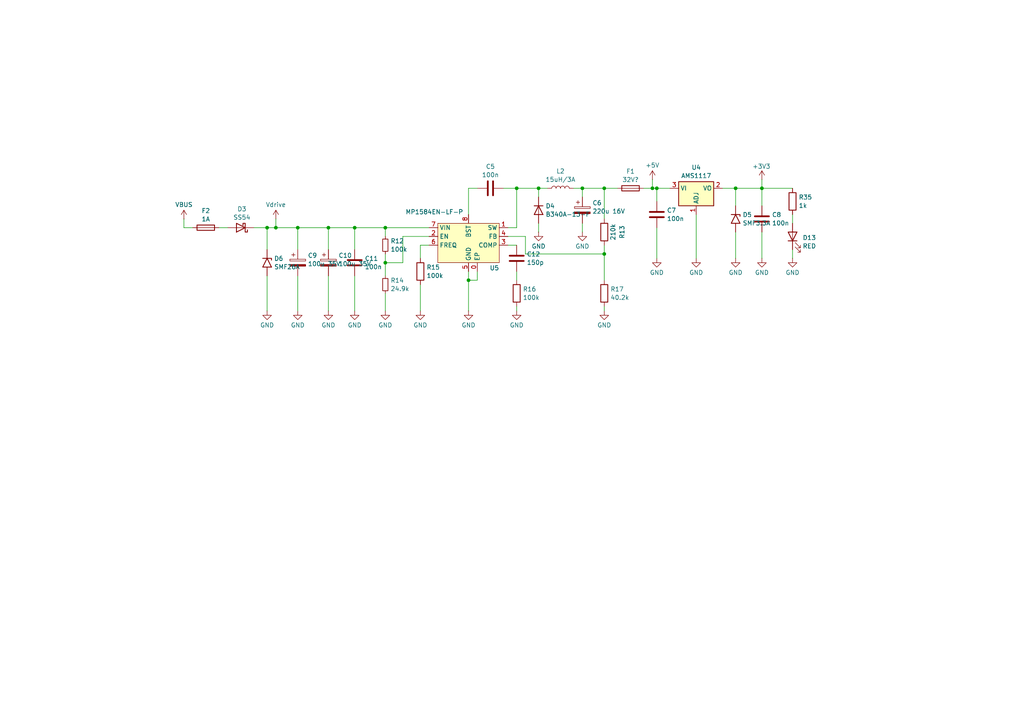
<source format=kicad_sch>
(kicad_sch (version 20231120) (generator "eeschema") (generator_version "8.0")
  (paper "A4")
  (lib_symbols
    (symbol "Device:C" (pin_numbers hide) (pin_names (offset 0.254))
      (property "Reference" "C" (at 0.635 2.54 0))
      (property "Value" "C" (at 0.635 -2.54 0))
      (symbol "C_0_1"
        (polyline (pts (xy -2.032 -0.762) (xy 2.032 -0.762)) (stroke (width 0.508)))
        (polyline (pts (xy -2.032 0.762) (xy 2.032 0.762)) (stroke (width 0.508)))
      )
      (symbol "C_1_1"
        (pin passive line (at 0 3.81 270) (length 2.794) (name "~") (number "1"))
        (pin passive line (at 0 -3.81 90) (length 2.794) (name "~") (number "2"))
      )
    )
    (symbol "Device:C_Polarized" (pin_numbers hide) (pin_names (offset 0.254))
      (property "Reference" "C" (at 0.635 2.54 0))
      (property "Value" "C_Polarized" (at 0.635 -2.54 0))
      (symbol "C_Polarized_0_1"
        (rectangle (start -2.286 0.508) (end 2.286 1.016))
        (polyline (pts (xy -1.778 2.286) (xy -0.762 2.286)))
        (polyline (pts (xy -1.27 2.794) (xy -1.27 1.778)))
        (rectangle (start 2.286 -0.508) (end -2.286 -1.016) (fill (type outline)))
      )
      (symbol "C_Polarized_1_1"
        (pin passive line (at 0 3.81 270) (length 2.794) (name "~") (number "1"))
        (pin passive line (at 0 -3.81 90) (length 2.794) (name "~") (number "2"))
      )
    )
    (symbol "Device:D" (pin_numbers hide) (pin_names (offset 1.016) hide)
      (property "Reference" "D" (at 0 2.54 0))
      (property "Value" "D" (at 0 -2.54 0))
      (symbol "D_0_1"
        (polyline (pts (xy -1.27 1.27) (xy -1.27 -1.27)) (stroke (width 0.254)))
        (polyline (pts (xy 1.27 0) (xy -1.27 0)))
        (polyline (pts (xy 1.27 1.27) (xy 1.27 -1.27) (xy -1.27 0) (xy 1.27 1.27)) (stroke (width 0.254)))
      )
      (symbol "D_1_1"
        (pin passive line (at -3.81 0 0) (length 2.54) (name "K") (number "1"))
        (pin passive line (at 3.81 0 180) (length 2.54) (name "A") (number "2"))
      )
    )
    (symbol "Device:D_Schottky" (pin_numbers hide) (pin_names (offset 1.016) hide)
      (property "Reference" "D" (at 0 2.54 0))
      (property "Value" "D_Schottky" (at 0 -2.54 0))
      (symbol "D_Schottky_0_1"
        (polyline (pts (xy 1.27 0) (xy -1.27 0)))
        (polyline (pts (xy 1.27 1.27) (xy 1.27 -1.27) (xy -1.27 0) (xy 1.27 1.27)) (stroke (width 0.254)))
        (polyline (pts (xy -1.905 0.635) (xy -1.905 1.27) (xy -1.27 1.27) (xy -1.27 -1.27) (xy -0.635 -1.27) (xy -0.635 -0.635)) (stroke (width 0.254)))
      )
      (symbol "D_Schottky_1_1"
        (pin passive line (at -3.81 0 0) (length 2.54) (name "K") (number "1"))
        (pin passive line (at 3.81 0 180) (length 2.54) (name "A") (number "2"))
      )
    )
    (symbol "Device:Fuse" (pin_numbers hide) (pin_names (offset 0))
      (property "Reference" "F" (at 2.032 0 90))
      (property "Value" "Fuse" (at -1.905 0 90))
      (symbol "Fuse_0_1"
        (rectangle (start -0.762 -2.54) (end 0.762 2.54) (stroke (width 0.254)))
        (polyline (pts (xy 0 2.54) (xy 0 -2.54)))
      )
      (symbol "Fuse_1_1"
        (pin passive line (at 0 3.81 270) (length 1.27) (name "~") (number "1"))
        (pin passive line (at 0 -3.81 90) (length 1.27) (name "~") (number "2"))
      )
    )
    (symbol "Device:L" (pin_numbers hide) (pin_names (offset 1.016) hide)
      (property "Reference" "L" (at -1.27 0 90))
      (property "Value" "L" (at 1.905 0 90))
      (symbol "L_0_1"
        (arc (start 0 -2.54) (mid 0.6323 -1.905) (end 0 -1.27))
        (arc (start 0 -1.27) (mid 0.6323 -0.635) (end 0 0))
        (arc (start 0 0) (mid 0.6323 0.635) (end 0 1.27))
        (arc (start 0 1.27) (mid 0.6323 1.905) (end 0 2.54))
      )
      (symbol "L_1_1"
        (pin passive line (at 0 3.81 270) (length 1.27) (name "1") (number "1"))
        (pin passive line (at 0 -3.81 90) (length 1.27) (name "2") (number "2"))
      )
    )
    (symbol "Device:LED" (pin_numbers hide) (pin_names (offset 1.016) hide)
      (property "Reference" "D" (at 0 2.54 0))
      (property "Value" "LED" (at 0 -2.54 0))
      (symbol "LED_0_1"
        (polyline (pts (xy -1.27 -1.27) (xy -1.27 1.27)) (stroke (width 0.254)))
        (polyline (pts (xy -1.27 0) (xy 1.27 0)))
        (polyline (pts (xy 1.27 -1.27) (xy 1.27 1.27) (xy -1.27 0) (xy 1.27 -1.27)) (stroke (width 0.254)))
        (polyline (pts (xy -3.048 -0.762) (xy -4.572 -2.286) (xy -3.81 -2.286) (xy -4.572 -2.286) (xy -4.572 -1.524)))
        (polyline (pts (xy -1.778 -0.762) (xy -3.302 -2.286) (xy -2.54 -2.286) (xy -3.302 -2.286) (xy -3.302 -1.524)))
      )
      (symbol "LED_1_1"
        (pin passive line (at -3.81 0 0) (length 2.54) (name "K") (number "1"))
        (pin passive line (at 3.81 0 180) (length 2.54) (name "A") (number "2"))
      )
    )
    (symbol "Device:R" (pin_numbers hide) (pin_names (offset 0))
      (property "Reference" "R" (at 2.032 0 90))
      (property "Value" "R" (at 0 0 90))
      (symbol "R_0_1"
        (rectangle (start -1.016 -2.54) (end 1.016 2.54) (stroke (width 0.254)))
      )
      (symbol "R_1_1"
        (pin passive line (at 0 3.81 270) (length 1.27) (name "~") (number "1"))
        (pin passive line (at 0 -3.81 90) (length 1.27) (name "~") (number "2"))
      )
    )
    (symbol "Device:R_Small" (pin_numbers hide) (pin_names (offset 0.254) hide)
      (property "Reference" "R" (at 0.762 0.508 0))
      (property "Value" "R_Small" (at 0.762 -1.016 0))
      (symbol "R_Small_0_1"
        (rectangle (start -0.762 1.778) (end 0.762 -1.778) (stroke (width 0.2032)))
      )
      (symbol "R_Small_1_1"
        (pin passive line (at 0 2.54 270) (length 0.762) (name "~") (number "1"))
        (pin passive line (at 0 -2.54 90) (length 0.762) (name "~") (number "2"))
      )
    )
    (symbol "Diode:SMF26A" (pin_numbers hide) (pin_names (offset 1.016) hide)
      (property "Reference" "D" (at 0 2.54 0))
      (property "Value" "SMF26A" (at 0 -2.54 0))
      (symbol "SMF26A_0_1"
        (polyline (pts (xy -0.762 1.27) (xy -1.27 1.27) (xy -1.27 -1.27)) (stroke (width 0.254)))
        (polyline (pts (xy 1.27 1.27) (xy 1.27 -1.27) (xy -1.27 0) (xy 1.27 1.27)) (stroke (width 0.254)))
      )
      (symbol "SMF26A_1_1"
        (pin passive line (at -3.81 0 0) (length 2.54) (name "A1") (number "1"))
        (pin passive line (at 3.81 0 180) (length 2.54) (name "A2") (number "2"))
      )
    )
    (symbol "Diode:SMF30A" (pin_numbers hide) (pin_names (offset 1.016) hide)
      (property "Reference" "D" (at 0 2.54 0))
      (property "Value" "SMF30A" (at 0 -2.54 0))
      (symbol "SMF30A_0_1"
        (polyline (pts (xy -0.762 1.27) (xy -1.27 1.27) (xy -1.27 -1.27)) (stroke (width 0.254)))
        (polyline (pts (xy 1.27 1.27) (xy 1.27 -1.27) (xy -1.27 0) (xy 1.27 1.27)) (stroke (width 0.254)))
      )
      (symbol "SMF30A_1_1"
        (pin passive line (at -3.81 0 0) (length 2.54) (name "A1") (number "1"))
        (pin passive line (at 3.81 0 180) (length 2.54) (name "A2") (number "2"))
      )
    )
    (symbol "Regulator_Linear:AMS1117"
      (property "Reference" "U" (at -3.81 3.175 0))
      (property "Value" "AMS1117" (at 0 3.175 0))
      (symbol "AMS1117_0_1"
        (rectangle (start -5.08 -5.08) (end 5.08 1.905) (stroke (width 0.254)) (fill (type background)))
      )
      (symbol "AMS1117_1_1"
        (pin input line (at 0 -7.62 90) (length 2.54) (name "ADJ") (number "1"))
        (pin power_out line (at 7.62 0 180) (length 2.54) (name "VO") (number "2"))
        (pin power_in line (at -7.62 0 0) (length 2.54) (name "VI") (number "3"))
      )
    )
    (symbol "esp32-bldc-foc:MP1584EN-LF-P"
      (property "Reference" "U" (at 8.636 -7.874 0))
      (property "Value" "MP1584EN-LF-P" (at 9.906 6.604 0))
      (symbol "MP1584EN-LF-P_0_1"
        (rectangle (start -8.89 5.08) (end 8.89 -6.35) (fill (type background)))
      )
      (symbol "MP1584EN-LF-P_1_1"
        (pin power_in line (at 2.54 -8.89 90) (length 2.54) (name "EP") (number "0"))
        (pin power_out line (at 11.43 3.81 180) (length 2.54) (name "SW") (number "1"))
        (pin input line (at -11.43 1.27 0) (length 2.54) (name "EN") (number "2"))
        (pin input line (at 11.43 -1.27 180) (length 2.54) (name "COMP") (number "3"))
        (pin input line (at 11.43 1.27 180) (length 2.54) (name "FB") (number "4"))
        (pin power_in line (at 0 -8.89 90) (length 2.54) (name "GND") (number "5"))
        (pin input line (at -11.43 -1.27 0) (length 2.54) (name "FREQ") (number "6"))
        (pin power_in line (at -11.43 3.81 0) (length 2.54) (name "VIN") (number "7"))
        (pin output line (at 0 7.62 270) (length 2.54) (name "BST") (number "8"))
      )
    )
    (symbol "power:+3.3V" (power) (pin_numbers hide) (pin_names (offset 0) hide)
      (property "Value" "+3.3V" (at 0 3.556 0))
      (symbol "+3.3V_0_1"
        (polyline (pts (xy -0.762 1.27) (xy 0 2.54)))
        (polyline (pts (xy 0 0) (xy 0 2.54)))
        (polyline (pts (xy 0 2.54) (xy 0.762 1.27)))
      )
      (symbol "+3.3V_1_1"
        (pin power_in line (at 0 0 90) (length 0) (name "~") (number "1"))
      )
    )
    (symbol "power:+5V" (power) (pin_numbers hide) (pin_names (offset 0) hide)
      (property "Value" "+5V" (at 0 3.556 0))
      (symbol "+5V_0_1"
        (polyline (pts (xy -0.762 1.27) (xy 0 2.54)))
        (polyline (pts (xy 0 0) (xy 0 2.54)))
        (polyline (pts (xy 0 2.54) (xy 0.762 1.27)))
      )
      (symbol "+5V_1_1"
        (pin power_in line (at 0 0 90) (length 0) (name "~") (number "1"))
      )
    )
    (symbol "power:GND" (power) (pin_numbers hide) (pin_names (offset 0) hide)
      (property "Value" "GND" (at 0 -3.81 0))
      (symbol "GND_0_1"
        (polyline (pts (xy 0 0) (xy 0 -1.27) (xy 1.27 -1.27) (xy 0 -2.54) (xy -1.27 -1.27) (xy 0 -1.27)))
      )
      (symbol "GND_1_1"
        (pin power_in line (at 0 0 270) (length 0) (name "~") (number "1"))
      )
    )
    (symbol "power:VBUS" (power) (pin_numbers hide) (pin_names (offset 0) hide)
      (property "Value" "VBUS" (at 0 3.556 0))
      (symbol "VBUS_0_1"
        (polyline (pts (xy -0.762 1.27) (xy 0 2.54)))
        (polyline (pts (xy 0 0) (xy 0 2.54)))
        (polyline (pts (xy 0 2.54) (xy 0.762 1.27)))
      )
      (symbol "VBUS_1_1"
        (pin power_in line (at 0 0 90) (length 0) (name "~") (number "1"))
      )
    )
    (symbol "power:Vdrive" (power) (pin_numbers hide) (pin_names (offset 0) hide)
      (property "Value" "Vdrive" (at 0 3.556 0))
      (symbol "Vdrive_0_1"
        (polyline (pts (xy -0.762 1.27) (xy 0 2.54)))
        (polyline (pts (xy 0 0) (xy 0 2.54)))
        (polyline (pts (xy 0 2.54) (xy 0.762 1.27)))
      )
      (symbol "Vdrive_1_1"
        (pin power_in line (at 0 0 90) (length 0) (name "~") (number "1"))
      )
    )
  )
  (junction (at 95.25 66.04))
  (junction (at 168.91 54.61))
  (junction (at 135.89 81.28))
  (junction (at 86.36 66.04))
  (junction (at 220.98 54.61))
  (junction (at 111.76 66.04))
  (junction (at 189.23 54.61))
  (junction (at 111.76 76.2))
  (junction (at 156.21 54.61))
  (junction (at 190.5 54.61))
  (junction (at 80.01 66.04))
  (junction (at 213.36 54.61))
  (junction (at 175.26 73.66))
  (junction (at 77.47 66.04))
  (junction (at 149.86 54.61))
  (junction (at 175.26 54.61))
  (junction (at 102.87 66.04))
  (wire (pts (xy 124.46 68.58) (xy 116.84 68.58)))
  (wire (pts (xy 190.5 66.04) (xy 190.5 74.93)))
  (wire (pts (xy 213.36 54.61) (xy 220.98 54.61)))
  (wire (pts (xy 102.87 72.39) (xy 102.87 66.04)))
  (wire (pts (xy 168.91 54.61) (xy 175.26 54.61)))
  (wire (pts (xy 229.87 72.39) (xy 229.87 74.93)))
  (wire (pts (xy 175.26 73.66) (xy 175.26 81.28)))
  (wire (pts (xy 121.92 74.93) (xy 121.92 71.12)))
  (wire (pts (xy 220.98 67.31) (xy 220.98 74.93)))
  (wire (pts (xy 189.23 54.61) (xy 190.5 54.61)))
  (wire (pts (xy 138.43 78.74) (xy 138.43 81.28)))
  (wire (pts (xy 147.32 68.58) (xy 152.4 68.58)))
  (wire (pts (xy 175.26 63.5) (xy 175.26 54.61)))
  (wire (pts (xy 53.34 63.5) (xy 53.34 66.04)))
  (wire (pts (xy 220.98 54.61) (xy 220.98 59.69)))
  (wire (pts (xy 80.01 63.5) (xy 80.01 66.04)))
  (wire (pts (xy 135.89 54.61) (xy 135.89 62.23)))
  (wire (pts (xy 146.05 54.61) (xy 149.86 54.61)))
  (wire (pts (xy 149.86 54.61) (xy 149.86 66.04)))
  (wire (pts (xy 111.76 76.2) (xy 111.76 80.01)))
  (wire (pts (xy 77.47 72.39) (xy 77.47 66.04)))
  (wire (pts (xy 95.25 80.01) (xy 95.25 90.17)))
  (wire (pts (xy 190.5 54.61) (xy 190.5 58.42)))
  (wire (pts (xy 102.87 66.04) (xy 111.76 66.04)))
  (wire (pts (xy 156.21 54.61) (xy 156.21 57.15)))
  (wire (pts (xy 213.36 54.61) (xy 213.36 59.69)))
  (wire (pts (xy 156.21 54.61) (xy 158.75 54.61)))
  (wire (pts (xy 95.25 72.39) (xy 95.25 66.04)))
  (wire (pts (xy 149.86 66.04) (xy 147.32 66.04)))
  (wire (pts (xy 229.87 62.23) (xy 229.87 64.77)))
  (wire (pts (xy 189.23 52.07) (xy 189.23 54.61)))
  (wire (pts (xy 168.91 57.15) (xy 168.91 54.61)))
  (wire (pts (xy 86.36 80.01) (xy 86.36 90.17)))
  (wire (pts (xy 213.36 67.31) (xy 213.36 74.93)))
  (wire (pts (xy 53.34 66.04) (xy 55.88 66.04)))
  (wire (pts (xy 135.89 81.28) (xy 138.43 81.28)))
  (wire (pts (xy 77.47 80.01) (xy 77.47 90.17)))
  (wire (pts (xy 111.76 85.09) (xy 111.76 90.17)))
  (wire (pts (xy 149.86 54.61) (xy 156.21 54.61)))
  (wire (pts (xy 86.36 72.39) (xy 86.36 66.04)))
  (wire (pts (xy 111.76 66.04) (xy 111.76 68.58)))
  (wire (pts (xy 77.47 66.04) (xy 80.01 66.04)))
  (wire (pts (xy 166.37 54.61) (xy 168.91 54.61)))
  (wire (pts (xy 201.93 62.23) (xy 201.93 74.93)))
  (wire (pts (xy 152.4 68.58) (xy 152.4 73.66)))
  (wire (pts (xy 116.84 76.2) (xy 111.76 76.2)))
  (wire (pts (xy 168.91 64.77) (xy 168.91 67.31)))
  (wire (pts (xy 186.69 54.61) (xy 189.23 54.61)))
  (wire (pts (xy 86.36 66.04) (xy 95.25 66.04)))
  (wire (pts (xy 63.5 66.04) (xy 66.04 66.04)))
  (wire (pts (xy 111.76 73.66) (xy 111.76 76.2)))
  (wire (pts (xy 111.76 66.04) (xy 124.46 66.04)))
  (wire (pts (xy 135.89 81.28) (xy 135.89 90.17)))
  (wire (pts (xy 175.26 71.12) (xy 175.26 73.66)))
  (wire (pts (xy 121.92 82.55) (xy 121.92 90.17)))
  (wire (pts (xy 149.86 78.74) (xy 149.86 81.28)))
  (wire (pts (xy 116.84 68.58) (xy 116.84 76.2)))
  (wire (pts (xy 152.4 73.66) (xy 175.26 73.66)))
  (wire (pts (xy 175.26 88.9) (xy 175.26 90.17)))
  (wire (pts (xy 121.92 71.12) (xy 124.46 71.12)))
  (wire (pts (xy 102.87 80.01) (xy 102.87 90.17)))
  (wire (pts (xy 209.55 54.61) (xy 213.36 54.61)))
  (wire (pts (xy 190.5 54.61) (xy 194.31 54.61)))
  (wire (pts (xy 220.98 52.07) (xy 220.98 54.61)))
  (wire (pts (xy 73.66 66.04) (xy 77.47 66.04)))
  (wire (pts (xy 156.21 64.77) (xy 156.21 67.31)))
  (wire (pts (xy 175.26 54.61) (xy 179.07 54.61)))
  (wire (pts (xy 149.86 88.9) (xy 149.86 90.17)))
  (wire (pts (xy 147.32 71.12) (xy 149.86 71.12)))
  (wire (pts (xy 135.89 54.61) (xy 138.43 54.61)))
  (wire (pts (xy 135.89 78.74) (xy 135.89 81.28)))
  (wire (pts (xy 95.25 66.04) (xy 102.87 66.04)))
  (wire (pts (xy 80.01 66.04) (xy 86.36 66.04)))
  (wire (pts (xy 220.98 54.61) (xy 229.87 54.61)))
  (symbol (lib_id "power:+3.3V") (at 220.98 52.07 0) (unit 1)
    (property "Reference" "#PWR05018" (effects (hide yes)))
    (property "Value" "+3V3" (at 218.186 48.26 0) (effects (justify left)))
    (property "Description" "Power symbol creates a global label with name \"+3.3V\"" (effects (hide yes)))
  )
  (symbol (lib_id "Device:Fuse") (at 182.88 54.61 90) (unit 1)
    (property "Reference" "F1" (at 182.88 49.7035 90))
    (property "Value" "32V?" (at 182.88 52.1278 90))
    (property "Footprint" "Fuse:Fuse_1206_3216Metric" (effects (hide yes)))
    (property "Description" "Fuse" (effects (hide yes)))
  )
  (symbol (lib_id "esp32-bldc-foc:MP1584EN-LF-P") (at 135.89 69.85 0) (unit 1)
    (property "Reference" "U5" (at 144.78 77.724 0) (effects (justify right)))
    (property "Value" "MP1584EN-LF-P" (at 125.984 61.468 0))
    (property "Footprint" "esp32-bldc-foc:SOIC-8_L4.9-W3.9-P1.27-LS6.0-TL-EP-1" (effects (hide yes)))
    (property "LCSC" "C7304223" (effects (hide yes)))
  )
  (symbol (lib_id "power:GND") (at 190.5 74.93 0) (unit 1)
    (property "Reference" "#PWR05015" (effects (hide yes)))
    (property "Value" "GND" (at 190.5 79.0631 0))
    (property "Description" "Power symbol creates a global label with name \"GND\" , ground" (effects (hide yes)))
  )
  (symbol (lib_id "Regulator_Linear:AMS1117") (at 201.93 54.61 0) (unit 1)
    (property "Reference" "U4" (at 201.93 48.5605 0))
    (property "Value" "AMS1117" (at 201.93 50.9848 0))
    (property "Footprint" "Package_TO_SOT_SMD:SOT-223-3_TabPin2" (effects (hide yes)))
    (property "Datasheet" "http://www.advanced-monolithic.com/pdf/ds1117.pdf" (effects (hide yes)))
    (property "Description" "1A Low Dropout regulator, positive, adjustable output, SOT-223" (effects (hide yes)))
  )
  (symbol (lib_id "Diode:SMF26A") (at 77.47 76.2 270) (unit 1)
    (property "Reference" "D6" (at 79.502 74.9878 90) (effects (justify left)))
    (property "Value" "SMF26A" (at 79.502 77.4121 90) (effects (justify left)))
    (property "Footprint" "Diode_SMD:D_SMF" (effects (hide yes)))
    (property "Datasheet" "https://www.vishay.com/doc?85881" (effects (hide yes)))
    (property "Description" "200W unidirectional Transil Transient Voltage Suppressor, 26Vrwm, SMF" (effects (hide yes)))
  )
  (symbol (lib_id "Device:R_Small") (at 111.76 71.12 0) (unit 1)
    (property "Reference" "R12" (at 113.2586 69.9078 0) (effects (justify left)))
    (property "Value" "100k" (at 113.2586 72.3321 0) (effects (justify left)))
    (property "Footprint" "Resistor_SMD:R_0603_1608Metric" (effects (hide yes)))
    (property "Description" "Resistor, small symbol" (effects (hide yes)))
  )
  (symbol (lib_id "Device:R") (at 229.87 58.42 0) (unit 1)
    (property "Reference" "R35" (at 231.648 57.2078 0) (effects (justify left)))
    (property "Value" "1k" (at 231.648 59.6321 0) (effects (justify left)))
    (property "Footprint" "Resistor_SMD:R_0603_1608Metric" (effects (hide yes)))
    (property "Description" "Resistor" (effects (hide yes)))
  )
  (symbol (lib_id "Device:L") (at 162.56 54.61 90) (unit 1)
    (property "Reference" "L2" (at 162.56 49.6457 90))
    (property "Value" "15uH/3A" (at 162.56 52.07 90))
    (property "Footprint" "Inductor_SMD:L_SXN_SMDRI64" (effects (hide yes)))
    (property "Description" "Inductor" (effects (hide yes)))
  )
  (symbol (lib_id "Device:C") (at 142.24 54.61 90) (unit 1)
    (property "Reference" "C5" (at 142.24 48.3065 90))
    (property "Value" "100n" (at 142.24 50.7308 90))
    (property "Footprint" "Capacitor_SMD:C_0603_1608Metric" (effects (hide yes)))
    (property "Description" "Unpolarized capacitor" (effects (hide yes)))
  )
  (symbol (lib_id "power:GND") (at 201.93 74.93 0) (unit 1)
    (property "Reference" "#PWR05016" (effects (hide yes)))
    (property "Value" "GND" (at 201.93 79.0631 0))
    (property "Description" "Power symbol creates a global label with name \"GND\" , ground" (effects (hide yes)))
  )
  (symbol (lib_id "Device:Fuse") (at 59.69 66.04 90) (unit 1)
    (property "Reference" "F2" (at 59.69 61.1335 90))
    (property "Value" "1A" (at 59.69 63.5578 90))
    (property "Footprint" "Fuse:Fuse_1206_3216Metric" (effects (hide yes)))
    (property "Description" "Fuse" (effects (hide yes)))
  )
  (symbol (lib_id "power:GND") (at 135.89 90.17 0) (unit 1)
    (property "Reference" "#PWR05009" (effects (hide yes)))
    (property "Value" "GND" (at 135.89 94.3031 0))
    (property "Description" "Power symbol creates a global label with name \"GND\" , ground" (effects (hide yes)))
  )
  (symbol (lib_id "power:+5V") (at 189.23 52.07 0) (unit 1)
    (property "Reference" "#PWR05014" (effects (hide yes)))
    (property "Value" "+5V" (at 189.23 47.9369 0))
    (property "Description" "Power symbol creates a global label with name \"+5V\"" (effects (hide yes)))
  )
  (symbol (lib_id "power:VBUS") (at 53.34 63.5 0) (unit 1)
    (property "Reference" "#PWR05001" (effects (hide yes)))
    (property "Value" "VBUS" (at 53.34 59.3669 0))
    (property "Description" "Power symbol creates a global label with name \"VBUS\"" (effects (hide yes)))
  )
  (symbol (lib_id "power:GND") (at 156.21 67.31 0) (unit 1)
    (property "Reference" "#PWR05011" (effects (hide yes)))
    (property "Value" "GND" (at 156.21 71.4431 0))
    (property "Description" "Power symbol creates a global label with name \"GND\" , ground" (effects (hide yes)))
  )
  (symbol (lib_id "Device:D_Schottky") (at 69.85 66.04 180) (unit 1)
    (property "Reference" "D3" (at 70.1675 60.6255 0))
    (property "Value" "SS54" (at 70.1675 63.0498 0))
    (property "Footprint" "Diode_SMD:D_1206_3216Metric" (effects (hide yes)))
    (property "Description" "Schottky diode" (effects (hide yes)))
  )
  (symbol (lib_id "Device:R_Small") (at 111.76 82.55 0) (unit 1)
    (property "Reference" "R14" (at 113.2586 81.3378 0) (effects (justify left)))
    (property "Value" "24.9k" (at 113.2586 83.7621 0) (effects (justify left)))
    (property "Footprint" "Resistor_SMD:R_0603_1608Metric" (effects (hide yes)))
    (property "Description" "Resistor, small symbol" (effects (hide yes)))
  )
  (symbol (lib_id "power:GND") (at 86.36 90.17 0) (unit 1)
    (property "Reference" "#PWR05004" (effects (hide yes)))
    (property "Value" "GND" (at 86.36 94.3031 0))
    (property "Description" "Power symbol creates a global label with name \"GND\" , ground" (effects (hide yes)))
  )
  (symbol (lib_id "Device:R") (at 175.26 85.09 0) (unit 1)
    (property "Reference" "R17" (at 177.038 83.8778 0) (effects (justify left)))
    (property "Value" "40.2k" (at 177.038 86.3021 0) (effects (justify left)))
    (property "Footprint" "Resistor_SMD:R_0603_1608Metric" (effects (hide yes)))
    (property "Description" "Resistor" (effects (hide yes)))
  )
  (symbol (lib_id "Diode:SMF30A") (at 213.36 63.5 270) (unit 1)
    (property "Reference" "D5" (at 215.392 62.2878 90) (effects (justify left)))
    (property "Value" "SMF3.3A" (at 215.392 64.7121 90) (effects (justify left)))
    (property "Footprint" "Diode_SMD:D_SMF" (effects (hide yes)))
    (property "Description" "200W unidirectional Transil Transient Voltage Suppressor, 3.3Vrwm, SMF" (effects (hide yes)))
  )
  (symbol (lib_id "power:GND") (at 175.26 90.17 0) (unit 1)
    (property "Reference" "#PWR05013" (effects (hide yes)))
    (property "Value" "GND" (at 175.26 94.3031 0))
    (property "Description" "Power symbol creates a global label with name \"GND\" , ground" (effects (hide yes)))
  )
  (symbol (lib_id "power:GND") (at 229.87 74.93 0) (unit 1)
    (property "Reference" "#PWR05020" (effects (hide yes)))
    (property "Value" "GND" (at 229.87 79.0631 0))
    (property "Description" "Power symbol creates a global label with name \"GND\" , ground" (effects (hide yes)))
  )
  (symbol (lib_id "Device:C") (at 102.87 76.2 180) (unit 1)
    (property "Reference" "C11" (at 105.791 74.9878 0) (effects (justify right)))
    (property "Value" "100n" (at 105.791 77.4121 0) (effects (justify right)))
    (property "Footprint" "Capacitor_SMD:C_0603_1608Metric" (effects (hide yes)))
    (property "Description" "Unpolarized capacitor" (effects (hide yes)))
  )
  (symbol (lib_id "power:GND") (at 95.25 90.17 0) (unit 1)
    (property "Reference" "#PWR05005" (effects (hide yes)))
    (property "Value" "GND" (at 95.25 94.3031 0))
    (property "Description" "Power symbol creates a global label with name \"GND\" , ground" (effects (hide yes)))
  )
  (symbol (lib_id "Device:R") (at 149.86 85.09 0) (unit 1)
    (property "Reference" "R16" (at 151.638 83.8778 0) (effects (justify left)))
    (property "Value" "100k" (at 151.638 86.3021 0) (effects (justify left)))
    (property "Footprint" "Resistor_SMD:R_0603_1608Metric" (effects (hide yes)))
    (property "Description" "Resistor" (effects (hide yes)))
  )
  (symbol (lib_id "Device:LED") (at 229.87 68.58 90) (unit 1)
    (property "Reference" "D13" (at 232.791 68.9553 90) (effects (justify right)))
    (property "Value" "RED" (at 232.791 71.3796 90) (effects (justify right)))
    (property "Footprint" "LED_SMD:LED_0603_1608Metric" (effects (hide yes)))
    (property "Description" "Light emitting diode" (effects (hide yes)))
  )
  (symbol (lib_id "power:GND") (at 149.86 90.17 0) (unit 1)
    (property "Reference" "#PWR05010" (effects (hide yes)))
    (property "Value" "GND" (at 149.86 94.3031 0))
    (property "Description" "Power symbol creates a global label with name \"GND\" , ground" (effects (hide yes)))
  )
  (symbol (lib_id "Device:R") (at 175.26 67.31 0) (unit 1)
    (property "Reference" "R13" (at 180.4205 67.31 90))
    (property "Value" "210k" (at 177.8 67.31 90))
    (property "Footprint" "Resistor_SMD:R_0603_1608Metric" (effects (hide yes)))
    (property "Description" "Resistor" (effects (hide yes)))
  )
  (symbol (lib_id "Device:C") (at 220.98 63.5 180) (unit 1)
    (property "Reference" "C8" (at 223.901 62.2878 0) (effects (justify right)))
    (property "Value" "100n" (at 223.901 64.7121 0) (effects (justify right)))
    (property "Footprint" "Capacitor_SMD:C_0603_1608Metric" (effects (hide yes)))
    (property "Description" "Unpolarized capacitor" (effects (hide yes)))
  )
  (symbol (lib_id "power:GND") (at 77.47 90.17 0) (unit 1)
    (property "Reference" "#PWR05002" (effects (hide yes)))
    (property "Value" "GND" (at 77.47 94.3031 0))
    (property "Description" "Power symbol creates a global label with name \"GND\" , ground" (effects (hide yes)))
  )
  (symbol (lib_id "power:GND") (at 102.87 90.17 0) (unit 1)
    (property "Reference" "#PWR05006" (effects (hide yes)))
    (property "Value" "GND" (at 102.87 94.3031 0))
    (property "Description" "Power symbol creates a global label with name \"GND\" , ground" (effects (hide yes)))
  )
  (symbol (lib_id "power:GND") (at 213.36 74.93 0) (unit 1)
    (property "Reference" "#PWR05017" (effects (hide yes)))
    (property "Value" "GND" (at 213.36 79.0631 0))
    (property "Description" "Power symbol creates a global label with name \"GND\" , ground" (effects (hide yes)))
  )
  (symbol (lib_id "power:Vdrive") (at 80.01 63.5 0) (unit 1)
    (property "Reference" "#PWR05003" (effects (hide yes)))
    (property "Value" "Vdrive" (at 80.01 59.3669 0))
    (property "Description" "Power symbol creates a global label with name \"Vdrive\"" (effects (hide yes)))
  )
  (symbol (lib_id "power:GND") (at 220.98 74.93 0) (unit 1)
    (property "Reference" "#PWR05019" (effects (hide yes)))
    (property "Value" "GND" (at 220.98 79.0631 0))
    (property "Description" "Power symbol creates a global label with name \"GND\" , ground" (effects (hide yes)))
  )
  (symbol (lib_id "power:GND") (at 168.91 67.31 0) (unit 1)
    (property "Reference" "#PWR05012" (effects (hide yes)))
    (property "Value" "GND" (at 168.91 71.4431 0))
    (property "Description" "Power symbol creates a global label with name \"GND\" , ground" (effects (hide yes)))
  )
  (symbol (lib_id "Device:C_Polarized") (at 168.91 60.96 0) (unit 1)
    (property "Reference" "C6" (at 171.831 58.8588 0) (effects (justify left)))
    (property "Value" "220u 16V" (at 171.831 61.2831 0) (effects (justify left)))
    (property "Footprint" "Capacitor_SMD:C_Elec_6.3x5.8" (effects (hide yes)))
    (property "Description" "Polarized capacitor" (effects (hide yes)))
  )
  (symbol (lib_id "power:GND") (at 111.76 90.17 0) (unit 1)
    (property "Reference" "#PWR05007" (effects (hide yes)))
    (property "Value" "GND" (at 111.76 94.3031 0))
    (property "Description" "Power symbol creates a global label with name \"GND\" , ground" (effects (hide yes)))
  )
  (symbol (lib_id "Device:C") (at 190.5 62.23 180) (unit 1)
    (property "Reference" "C7" (at 193.421 61.0178 0) (effects (justify right)))
    (property "Value" "100n" (at 193.421 63.4421 0) (effects (justify right)))
    (property "Footprint" "Capacitor_SMD:C_0603_1608Metric" (effects (hide yes)))
    (property "Description" "Unpolarized capacitor" (effects (hide yes)))
  )
  (symbol (lib_id "Device:C_Polarized") (at 95.25 76.2 0) (unit 1)
    (property "Reference" "C10" (at 98.171 74.0988 0) (effects (justify left)))
    (property "Value" "100u 35V" (at 98.171 76.5231 0) (effects (justify left)))
    (property "Footprint" "Capacitor_SMD:C_Elec_6.3x5.8" (effects (hide yes)))
    (property "Description" "Polarized capacitor" (effects (hide yes)))
  )
  (symbol (lib_id "power:GND") (at 121.92 90.17 0) (unit 1)
    (property "Reference" "#PWR05008" (effects (hide yes)))
    (property "Value" "GND" (at 121.92 94.3031 0))
    (property "Description" "Power symbol creates a global label with name \"GND\" , ground" (effects (hide yes)))
  )
  (symbol (lib_id "Device:C") (at 149.86 74.93 180) (unit 1)
    (property "Reference" "C12" (at 152.781 73.7178 0) (effects (justify right)))
    (property "Value" "150p" (at 152.781 76.1421 0) (effects (justify right)))
    (property "Footprint" "Capacitor_SMD:C_0603_1608Metric" (effects (hide yes)))
    (property "Description" "Unpolarized capacitor" (effects (hide yes)))
  )
  (symbol (lib_id "Device:D") (at 156.21 60.96 270) (unit 1)
    (property "Reference" "D4" (at 158.242 59.7478 90) (effects (justify left)))
    (property "Value" "B340A-13-F" (at 158.242 62.1721 90) (effects (justify left)))
    (property "Footprint" "Diode_SMD:D_1206_3216Metric" (effects (hide yes)))
    (property "Description" "Diode" (effects (hide yes)))
    (property "Sim.Device" "D" (effects (hide yes)))
    (property "Sim.Pins" "1=K 2=A" (effects (hide yes)))
  )
  (symbol (lib_id "Device:R") (at 121.92 78.74 0) (unit 1)
    (property "Reference" "R15" (at 123.698 77.5278 0) (effects (justify left)))
    (property "Value" "100k" (at 123.698 79.9521 0) (effects (justify left)))
    (property "Footprint" "Resistor_SMD:R_0603_1608Metric" (effects (hide yes)))
    (property "Description" "Resistor" (effects (hide yes)))
  )
  (symbol (lib_id "Device:C_Polarized") (at 86.36 76.2 0) (unit 1)
    (property "Reference" "C9" (at 89.281 74.0988 0) (effects (justify left)))
    (property "Value" "100u 35V" (at 89.281 76.5231 0) (effects (justify left)))
    (property "Footprint" "Capacitor_SMD:C_Elec_6.3x5.8" (effects (hide yes)))
    (property "Description" "Polarized capacitor" (effects (hide yes)))
  )
)
</source>
